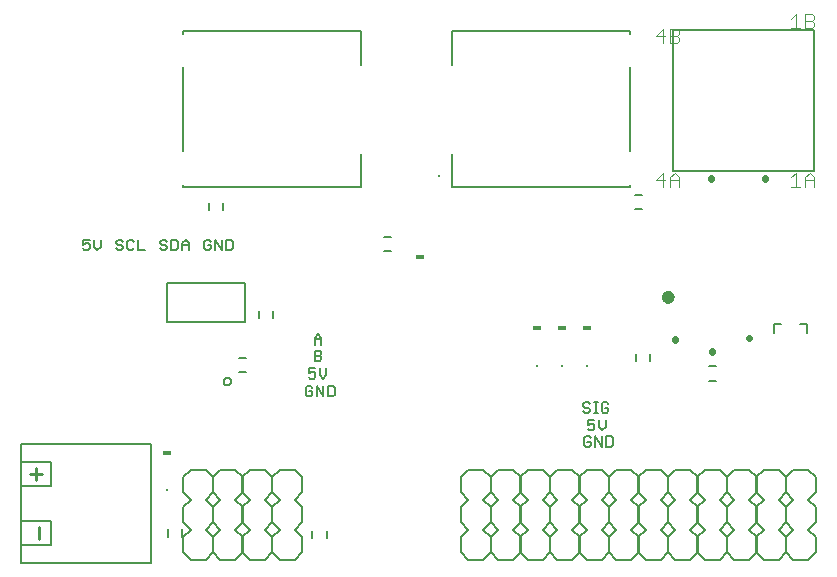
<source format=gto>
G75*
G70*
%OFA0B0*%
%FSLAX24Y24*%
%IPPOS*%
%LPD*%
%AMOC8*
5,1,8,0,0,1.08239X$1,22.5*
%
%ADD10C,0.0060*%
%ADD11C,0.0110*%
%ADD12R,0.0300X0.0180*%
%ADD13R,0.0079X0.0079*%
%ADD14C,0.0080*%
%ADD15C,0.0200*%
%ADD16C,0.0050*%
%ADD17C,0.0040*%
%ADD18C,0.0220*%
D10*
X005242Y001128D02*
X005242Y001364D01*
X005715Y001364D02*
X005715Y001128D01*
X010065Y001079D02*
X010065Y001315D01*
X010538Y001315D02*
X010538Y001079D01*
X010576Y005804D02*
X010746Y005804D01*
X010803Y005861D01*
X010803Y006087D01*
X010746Y006144D01*
X010576Y006144D01*
X010576Y005804D01*
X010434Y005804D02*
X010434Y006144D01*
X010208Y006144D02*
X010434Y005804D01*
X010208Y005804D02*
X010208Y006144D01*
X010066Y006087D02*
X010009Y006144D01*
X009896Y006144D01*
X009839Y006087D01*
X009839Y005861D01*
X009896Y005804D01*
X010009Y005804D01*
X010066Y005861D01*
X010066Y005974D01*
X009953Y005974D01*
X009994Y006394D02*
X009938Y006451D01*
X009994Y006394D02*
X010108Y006394D01*
X010165Y006451D01*
X010165Y006565D01*
X010108Y006621D01*
X010051Y006621D01*
X009938Y006565D01*
X009938Y006735D01*
X010165Y006735D01*
X010306Y006735D02*
X010306Y006508D01*
X010419Y006394D01*
X010533Y006508D01*
X010533Y006735D01*
X010305Y006985D02*
X010135Y006985D01*
X010135Y007325D01*
X010305Y007325D01*
X010361Y007269D01*
X010361Y007212D01*
X010305Y007155D01*
X010135Y007155D01*
X010305Y007155D02*
X010361Y007098D01*
X010361Y007042D01*
X010305Y006985D01*
X010361Y007526D02*
X010361Y007753D01*
X010248Y007867D01*
X010135Y007753D01*
X010135Y007526D01*
X010135Y007696D02*
X010361Y007696D01*
X008766Y008412D02*
X008766Y008648D01*
X008294Y008648D02*
X008294Y008412D01*
X007860Y007093D02*
X007624Y007093D01*
X007624Y006620D02*
X007860Y006620D01*
X007366Y010676D02*
X007196Y010676D01*
X007196Y011016D01*
X007366Y011016D01*
X007423Y010959D01*
X007423Y010733D01*
X007366Y010676D01*
X007055Y010676D02*
X007055Y011016D01*
X006828Y011016D02*
X007055Y010676D01*
X006828Y010676D02*
X006828Y011016D01*
X006686Y010959D02*
X006630Y011016D01*
X006516Y011016D01*
X006460Y010959D01*
X006460Y010733D01*
X006516Y010676D01*
X006630Y010676D01*
X006686Y010733D01*
X006686Y010846D01*
X006573Y010846D01*
X005950Y010846D02*
X005723Y010846D01*
X005723Y010903D02*
X005836Y011016D01*
X005950Y010903D01*
X005950Y010676D01*
X005723Y010676D02*
X005723Y010903D01*
X005581Y010959D02*
X005581Y010733D01*
X005525Y010676D01*
X005355Y010676D01*
X005355Y011016D01*
X005525Y011016D01*
X005581Y010959D01*
X005213Y010959D02*
X005156Y011016D01*
X005043Y011016D01*
X004986Y010959D01*
X004986Y010903D01*
X005043Y010846D01*
X005156Y010846D01*
X005213Y010789D01*
X005213Y010733D01*
X005156Y010676D01*
X005043Y010676D01*
X004986Y010733D01*
X004477Y010676D02*
X004250Y010676D01*
X004250Y011016D01*
X004108Y010959D02*
X004052Y011016D01*
X003938Y011016D01*
X003881Y010959D01*
X003881Y010733D01*
X003938Y010676D01*
X004052Y010676D01*
X004108Y010733D01*
X003740Y010733D02*
X003683Y010676D01*
X003570Y010676D01*
X003513Y010733D01*
X003570Y010846D02*
X003513Y010903D01*
X003513Y010959D01*
X003570Y011016D01*
X003683Y011016D01*
X003740Y010959D01*
X003683Y010846D02*
X003740Y010789D01*
X003740Y010733D01*
X003683Y010846D02*
X003570Y010846D01*
X003003Y010789D02*
X003003Y011016D01*
X002776Y011016D02*
X002776Y010789D01*
X002890Y010676D01*
X003003Y010789D01*
X002635Y010733D02*
X002578Y010676D01*
X002465Y010676D01*
X002408Y010733D01*
X002408Y010846D02*
X002522Y010903D01*
X002578Y010903D01*
X002635Y010846D01*
X002635Y010733D01*
X002408Y010846D02*
X002408Y011016D01*
X002635Y011016D01*
X006620Y012004D02*
X006620Y012240D01*
X007093Y012240D02*
X007093Y012004D01*
X012447Y011128D02*
X012683Y011128D01*
X012683Y010656D02*
X012447Y010656D01*
X019093Y005540D02*
X019093Y005483D01*
X019150Y005426D01*
X019263Y005426D01*
X019320Y005370D01*
X019320Y005313D01*
X019263Y005256D01*
X019150Y005256D01*
X019093Y005313D01*
X019093Y005540D02*
X019150Y005596D01*
X019263Y005596D01*
X019320Y005540D01*
X019462Y005596D02*
X019575Y005596D01*
X019518Y005596D02*
X019518Y005256D01*
X019462Y005256D02*
X019575Y005256D01*
X019707Y005313D02*
X019764Y005256D01*
X019877Y005256D01*
X019934Y005313D01*
X019934Y005426D01*
X019821Y005426D01*
X019934Y005540D02*
X019877Y005596D01*
X019764Y005596D01*
X019707Y005540D01*
X019707Y005313D01*
X019609Y005006D02*
X019609Y004779D01*
X019722Y004666D01*
X019836Y004779D01*
X019836Y005006D01*
X019467Y005006D02*
X019240Y005006D01*
X019240Y004836D01*
X019354Y004893D01*
X019411Y004893D01*
X019467Y004836D01*
X019467Y004722D01*
X019411Y004666D01*
X019297Y004666D01*
X019240Y004722D01*
X019288Y004465D02*
X019175Y004465D01*
X019118Y004408D01*
X019118Y004181D01*
X019175Y004124D01*
X019288Y004124D01*
X019345Y004181D01*
X019345Y004294D01*
X019232Y004294D01*
X019345Y004408D02*
X019288Y004465D01*
X019487Y004465D02*
X019713Y004124D01*
X019713Y004465D01*
X019855Y004465D02*
X020025Y004465D01*
X020082Y004408D01*
X020082Y004181D01*
X020025Y004124D01*
X019855Y004124D01*
X019855Y004465D01*
X019487Y004465D02*
X019487Y004124D01*
X020843Y006984D02*
X020843Y007221D01*
X021315Y007221D02*
X021315Y006984D01*
X023274Y006797D02*
X023510Y006797D01*
X023510Y006325D02*
X023274Y006325D01*
X021049Y012034D02*
X020813Y012034D01*
X020813Y012506D02*
X021049Y012506D01*
D11*
X001055Y003216D02*
X000661Y003216D01*
X000858Y003019D02*
X000858Y003413D01*
X000956Y001444D02*
X000956Y001050D01*
D12*
X005233Y003904D03*
X013648Y010449D03*
X017536Y008087D03*
X018372Y008087D03*
X019209Y008087D03*
D13*
X019209Y006797D03*
X018372Y006797D03*
X017536Y006797D03*
X014288Y013146D03*
X005233Y002664D03*
D14*
X005766Y002603D02*
X005766Y003103D01*
X006016Y003353D01*
X006516Y003353D01*
X006766Y003103D01*
X006766Y002603D01*
X006516Y002353D01*
X006766Y002103D01*
X006766Y001603D01*
X006516Y001353D01*
X006766Y001103D01*
X006766Y000603D01*
X006516Y000353D01*
X006016Y000353D01*
X005766Y000603D01*
X005766Y001103D01*
X006016Y001353D01*
X005766Y001603D01*
X005766Y002103D01*
X006016Y002353D01*
X005766Y002603D01*
X006750Y002603D02*
X006750Y003103D01*
X007000Y003353D01*
X007500Y003353D01*
X007750Y003103D01*
X007750Y002603D01*
X007500Y002353D01*
X007750Y002103D01*
X007750Y001603D01*
X007500Y001353D01*
X007750Y001103D01*
X007750Y000603D01*
X007500Y000353D01*
X007000Y000353D01*
X006750Y000603D01*
X006750Y001103D01*
X007000Y001353D01*
X006750Y001603D01*
X006750Y002103D01*
X007000Y002353D01*
X006750Y002603D01*
X007734Y002603D02*
X007734Y003103D01*
X007984Y003353D01*
X008484Y003353D01*
X008734Y003103D01*
X008734Y002603D01*
X008484Y002353D01*
X008734Y002103D01*
X008734Y001603D01*
X008484Y001353D01*
X008734Y001103D01*
X008734Y000603D01*
X008484Y000353D01*
X007984Y000353D01*
X007734Y000603D01*
X007734Y001103D01*
X007984Y001353D01*
X007734Y001603D01*
X007734Y002103D01*
X007984Y002353D01*
X007734Y002603D01*
X008719Y002603D02*
X008969Y002353D01*
X008719Y002103D01*
X008719Y001603D01*
X008969Y001353D01*
X008719Y001103D01*
X008719Y000603D01*
X008969Y000353D01*
X009469Y000353D01*
X009719Y000603D01*
X009719Y001103D01*
X009469Y001353D01*
X009719Y001603D01*
X009719Y002103D01*
X009469Y002353D01*
X009719Y002603D01*
X009719Y003103D01*
X009469Y003353D01*
X008969Y003353D01*
X008719Y003103D01*
X008719Y002603D01*
X015018Y002603D02*
X015018Y003103D01*
X015268Y003353D01*
X015768Y003353D01*
X016018Y003103D01*
X016018Y002603D01*
X015768Y002353D01*
X016018Y002103D01*
X016018Y001603D01*
X015768Y001353D01*
X016018Y001103D01*
X016018Y000603D01*
X015768Y000353D01*
X015268Y000353D01*
X015018Y000603D01*
X015018Y001103D01*
X015268Y001353D01*
X015018Y001603D01*
X015018Y002103D01*
X015268Y002353D01*
X015018Y002603D01*
X016002Y002603D02*
X016002Y003103D01*
X016252Y003353D01*
X016752Y003353D01*
X017002Y003103D01*
X017002Y002603D01*
X016752Y002353D01*
X017002Y002103D01*
X017002Y001603D01*
X016752Y001353D01*
X017002Y001103D01*
X017002Y000603D01*
X016752Y000353D01*
X016252Y000353D01*
X016002Y000603D01*
X016002Y001103D01*
X016252Y001353D01*
X016002Y001603D01*
X016002Y002103D01*
X016252Y002353D01*
X016002Y002603D01*
X016986Y002603D02*
X016986Y003103D01*
X017236Y003353D01*
X017736Y003353D01*
X017986Y003103D01*
X017986Y002603D01*
X017736Y002353D01*
X017986Y002103D01*
X017986Y001603D01*
X017736Y001353D01*
X017986Y001103D01*
X017986Y000603D01*
X017736Y000353D01*
X017236Y000353D01*
X016986Y000603D01*
X016986Y001103D01*
X017236Y001353D01*
X016986Y001603D01*
X016986Y002103D01*
X017236Y002353D01*
X016986Y002603D01*
X017971Y002603D02*
X017971Y003103D01*
X018221Y003353D01*
X018721Y003353D01*
X018971Y003103D01*
X018971Y002603D01*
X018721Y002353D01*
X018971Y002103D01*
X018971Y001603D01*
X018721Y001353D01*
X018971Y001103D01*
X018971Y000603D01*
X018721Y000353D01*
X018221Y000353D01*
X017971Y000603D01*
X017971Y001103D01*
X018221Y001353D01*
X017971Y001603D01*
X017971Y002103D01*
X018221Y002353D01*
X017971Y002603D01*
X018955Y002603D02*
X018955Y003103D01*
X019205Y003353D01*
X019705Y003353D01*
X019955Y003103D01*
X019955Y002603D01*
X019705Y002353D01*
X019955Y002103D01*
X019955Y001603D01*
X019705Y001353D01*
X019955Y001103D01*
X019955Y000603D01*
X019705Y000353D01*
X019205Y000353D01*
X018955Y000603D01*
X018955Y001103D01*
X019205Y001353D01*
X018955Y001603D01*
X018955Y002103D01*
X019205Y002353D01*
X018955Y002603D01*
X019939Y002603D02*
X019939Y003103D01*
X020189Y003353D01*
X020689Y003353D01*
X020939Y003103D01*
X020939Y002603D01*
X020689Y002353D01*
X020939Y002103D01*
X020939Y001603D01*
X020689Y001353D01*
X020939Y001103D01*
X020939Y000603D01*
X020689Y000353D01*
X020189Y000353D01*
X019939Y000603D01*
X019939Y001103D01*
X020189Y001353D01*
X019939Y001603D01*
X019939Y002103D01*
X020189Y002353D01*
X019939Y002603D01*
X020923Y002603D02*
X020923Y003103D01*
X021173Y003353D01*
X021673Y003353D01*
X021923Y003103D01*
X021923Y002603D01*
X021673Y002353D01*
X021923Y002103D01*
X021923Y001603D01*
X021673Y001353D01*
X021923Y001103D01*
X021923Y000603D01*
X021673Y000353D01*
X021173Y000353D01*
X020923Y000603D01*
X020923Y001103D01*
X021173Y001353D01*
X020923Y001603D01*
X020923Y002103D01*
X021173Y002353D01*
X020923Y002603D01*
X021908Y002603D02*
X021908Y003103D01*
X022158Y003353D01*
X022658Y003353D01*
X022908Y003103D01*
X022908Y002603D01*
X022658Y002353D01*
X022908Y002103D01*
X022908Y001603D01*
X022658Y001353D01*
X022908Y001103D01*
X022908Y000603D01*
X022658Y000353D01*
X022158Y000353D01*
X021908Y000603D01*
X021908Y001103D01*
X022158Y001353D01*
X021908Y001603D01*
X021908Y002103D01*
X022158Y002353D01*
X021908Y002603D01*
X022892Y002603D02*
X023142Y002353D01*
X022892Y002103D01*
X022892Y001603D01*
X023142Y001353D01*
X022892Y001103D01*
X022892Y000603D01*
X023142Y000353D01*
X023642Y000353D01*
X023892Y000603D01*
X023892Y001103D01*
X023642Y001353D01*
X023892Y001603D01*
X023892Y002103D01*
X023642Y002353D01*
X023892Y002603D01*
X023892Y003103D01*
X023642Y003353D01*
X023142Y003353D01*
X022892Y003103D01*
X022892Y002603D01*
X023876Y002603D02*
X023876Y003103D01*
X024126Y003353D01*
X024626Y003353D01*
X024876Y003103D01*
X024876Y002603D01*
X024626Y002353D01*
X024876Y002103D01*
X024876Y001603D01*
X024626Y001353D01*
X024876Y001103D01*
X024876Y000603D01*
X024626Y000353D01*
X024126Y000353D01*
X023876Y000603D01*
X023876Y001103D01*
X024126Y001353D01*
X023876Y001603D01*
X023876Y002103D01*
X024126Y002353D01*
X023876Y002603D01*
X024860Y002603D02*
X024860Y003103D01*
X025110Y003353D01*
X025610Y003353D01*
X025860Y003103D01*
X025860Y002603D01*
X025610Y002353D01*
X025860Y002103D01*
X025860Y001603D01*
X025610Y001353D01*
X025860Y001103D01*
X025860Y000603D01*
X025610Y000353D01*
X025110Y000353D01*
X024860Y000603D01*
X024860Y001103D01*
X025110Y001353D01*
X024860Y001603D01*
X024860Y002103D01*
X025110Y002353D01*
X024860Y002603D01*
X025845Y002603D02*
X025845Y003103D01*
X026095Y003353D01*
X026595Y003353D01*
X026845Y003103D01*
X026845Y002603D01*
X026595Y002353D01*
X026845Y002103D01*
X026845Y001603D01*
X026595Y001353D01*
X026845Y001103D01*
X026845Y000603D01*
X026595Y000353D01*
X026095Y000353D01*
X025845Y000603D01*
X025845Y001103D01*
X026095Y001353D01*
X025845Y001603D01*
X025845Y002103D01*
X026095Y002353D01*
X025845Y002603D01*
X025449Y007900D02*
X025449Y008215D01*
X025685Y008215D01*
X026315Y008215D02*
X026551Y008215D01*
X026551Y007900D01*
X007802Y008273D02*
X005222Y008273D01*
X005222Y009573D01*
X007802Y009573D01*
X007802Y008273D01*
D15*
X021815Y009101D02*
X021817Y009121D01*
X021822Y009141D01*
X021831Y009159D01*
X021844Y009175D01*
X021859Y009189D01*
X021876Y009199D01*
X021895Y009207D01*
X021915Y009211D01*
X021935Y009211D01*
X021955Y009207D01*
X021974Y009199D01*
X021991Y009189D01*
X022006Y009175D01*
X022019Y009159D01*
X022028Y009141D01*
X022033Y009121D01*
X022035Y009101D01*
X022033Y009081D01*
X022028Y009061D01*
X022019Y009043D01*
X022006Y009027D01*
X021991Y009013D01*
X021974Y009003D01*
X021955Y008995D01*
X021935Y008991D01*
X021915Y008991D01*
X021895Y008995D01*
X021876Y009003D01*
X021859Y009013D01*
X021844Y009027D01*
X021831Y009043D01*
X021822Y009061D01*
X021817Y009081D01*
X021815Y009101D01*
D16*
X000341Y000853D02*
X000341Y000262D01*
X004671Y000262D01*
X004671Y004199D01*
X000341Y004199D01*
X000341Y003609D01*
X001364Y003609D01*
X001364Y002821D01*
X000341Y002821D01*
X000341Y003609D01*
X000341Y002821D02*
X000341Y001640D01*
X001364Y001640D01*
X001364Y000853D01*
X000341Y000853D01*
X000341Y001640D01*
X007103Y006296D02*
X007105Y006318D01*
X007111Y006340D01*
X007120Y006360D01*
X007133Y006378D01*
X007149Y006394D01*
X007167Y006407D01*
X007187Y006416D01*
X007209Y006422D01*
X007231Y006424D01*
X007253Y006422D01*
X007275Y006416D01*
X007295Y006407D01*
X007313Y006394D01*
X007329Y006378D01*
X007342Y006360D01*
X007351Y006340D01*
X007357Y006318D01*
X007359Y006296D01*
X007357Y006274D01*
X007351Y006252D01*
X007342Y006232D01*
X007329Y006214D01*
X007313Y006198D01*
X007295Y006185D01*
X007275Y006176D01*
X007253Y006170D01*
X007231Y006168D01*
X007209Y006170D01*
X007187Y006176D01*
X007167Y006185D01*
X007149Y006198D01*
X007133Y006214D01*
X007120Y006232D01*
X007111Y006252D01*
X007105Y006274D01*
X007103Y006296D01*
X005758Y012768D02*
X005758Y012855D01*
X005758Y012768D02*
X011695Y012768D01*
X011695Y013886D01*
X014715Y013886D02*
X014715Y012768D01*
X020652Y012768D01*
X020652Y012855D01*
X020652Y013973D02*
X020652Y016768D01*
X020652Y017886D02*
X020652Y017973D01*
X014715Y017973D01*
X014715Y016855D01*
X011695Y016855D02*
X011695Y017973D01*
X005758Y017973D01*
X005758Y017886D01*
X005758Y016768D02*
X005758Y013973D01*
X022075Y013303D02*
X022075Y018028D01*
X026776Y018028D01*
X026776Y013303D01*
X022075Y013303D01*
D17*
X022138Y013252D02*
X022292Y013099D01*
X022292Y012792D01*
X022292Y013022D02*
X021985Y013022D01*
X021985Y013099D02*
X022138Y013252D01*
X021985Y013099D02*
X021985Y012792D01*
X021755Y012792D02*
X021755Y013252D01*
X021525Y013022D01*
X021832Y013022D01*
X026025Y013099D02*
X026178Y013252D01*
X026178Y012792D01*
X026025Y012792D02*
X026332Y012792D01*
X026485Y012792D02*
X026485Y013099D01*
X026638Y013252D01*
X026792Y013099D01*
X026792Y012792D01*
X026792Y013022D02*
X026485Y013022D01*
X022215Y017579D02*
X021985Y017579D01*
X021985Y018040D01*
X022215Y018040D01*
X022292Y017963D01*
X022292Y017886D01*
X022215Y017809D01*
X021985Y017809D01*
X021832Y017809D02*
X021525Y017809D01*
X021755Y018040D01*
X021755Y017579D01*
X022215Y017579D02*
X022292Y017656D01*
X022292Y017733D01*
X022215Y017809D01*
X026025Y018079D02*
X026332Y018079D01*
X026485Y018079D02*
X026715Y018079D01*
X026792Y018156D01*
X026792Y018233D01*
X026715Y018309D01*
X026485Y018309D01*
X026485Y018079D02*
X026485Y018540D01*
X026715Y018540D01*
X026792Y018463D01*
X026792Y018386D01*
X026715Y018309D01*
X026178Y018540D02*
X026178Y018079D01*
X026025Y018386D02*
X026178Y018540D01*
D18*
X025164Y013069D02*
X025164Y013045D01*
X023343Y013069D02*
X023343Y013045D01*
X024622Y007754D02*
X024622Y007730D01*
X023392Y007311D02*
X023392Y007287D01*
X022162Y007681D02*
X022162Y007705D01*
M02*

</source>
